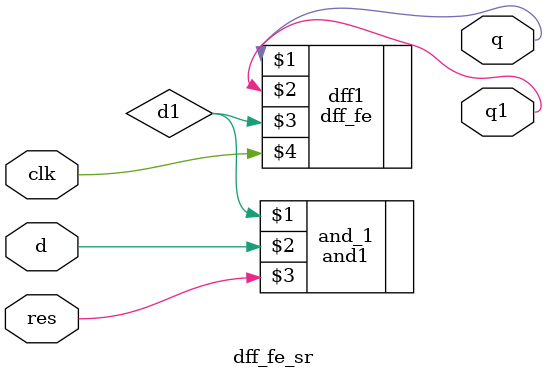
<source format=v>
`include "Hadif_B190513CS_Q01b.v"
`include "Hadif_B190513CS_Q01e.v"

module dff_fe_sr(output q, q1, input d, clk, res);

wire d1;

and1 and_1(d1, d, res);
dff_fe dff1(q, q1, d1, clk);

endmodule
</source>
